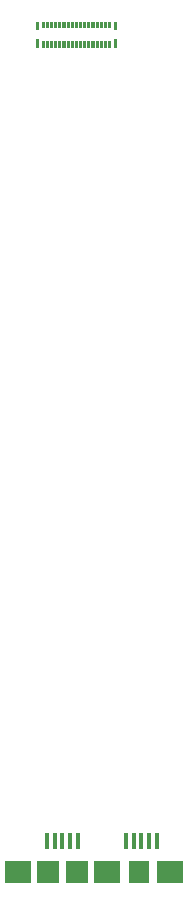
<source format=gbr>
%TF.GenerationSoftware,KiCad,Pcbnew,9.0.7*%
%TF.CreationDate,2026-01-29T21:22:27-07:00*%
%TF.ProjectId,Realsense Adapter,5265616c-7365-46e7-9365-204164617074,1.0-PROTO*%
%TF.SameCoordinates,Original*%
%TF.FileFunction,Paste,Top*%
%TF.FilePolarity,Positive*%
%FSLAX46Y46*%
G04 Gerber Fmt 4.6, Leading zero omitted, Abs format (unit mm)*
G04 Created by KiCad (PCBNEW 9.0.7) date 2026-01-29 21:22:27*
%MOMM*%
%LPD*%
G01*
G04 APERTURE LIST*
%ADD10C,0.010000*%
%ADD11R,0.400000X1.350000*%
%ADD12R,2.300000X1.900000*%
%ADD13R,1.900000X1.900000*%
%ADD14R,1.800000X1.900000*%
G04 APERTURE END LIST*
D10*
%TO.C,U1*%
X140780000Y-66355000D02*
X140620000Y-66355000D01*
X140620000Y-65725000D01*
X140780000Y-65725000D01*
X140780000Y-66355000D01*
G36*
X140780000Y-66355000D02*
G01*
X140620000Y-66355000D01*
X140620000Y-65725000D01*
X140780000Y-65725000D01*
X140780000Y-66355000D01*
G37*
X140780000Y-67825000D02*
X140620000Y-67825000D01*
X140620000Y-67195000D01*
X140780000Y-67195000D01*
X140780000Y-67825000D01*
G36*
X140780000Y-67825000D02*
G01*
X140620000Y-67825000D01*
X140620000Y-67195000D01*
X140780000Y-67195000D01*
X140780000Y-67825000D01*
G37*
X141300000Y-66160000D02*
X141120000Y-66160000D01*
X141120000Y-65725000D01*
X141300000Y-65725000D01*
X141300000Y-66160000D01*
G36*
X141300000Y-66160000D02*
G01*
X141120000Y-66160000D01*
X141120000Y-65725000D01*
X141300000Y-65725000D01*
X141300000Y-66160000D01*
G37*
X141300000Y-67825000D02*
X141120000Y-67825000D01*
X141120000Y-67390000D01*
X141300000Y-67390000D01*
X141300000Y-67825000D01*
G36*
X141300000Y-67825000D02*
G01*
X141120000Y-67825000D01*
X141120000Y-67390000D01*
X141300000Y-67390000D01*
X141300000Y-67825000D01*
G37*
X141650000Y-66160000D02*
X141470000Y-66160000D01*
X141470000Y-65725000D01*
X141650000Y-65725000D01*
X141650000Y-66160000D01*
G36*
X141650000Y-66160000D02*
G01*
X141470000Y-66160000D01*
X141470000Y-65725000D01*
X141650000Y-65725000D01*
X141650000Y-66160000D01*
G37*
X141650000Y-67825000D02*
X141470000Y-67825000D01*
X141470000Y-67390000D01*
X141650000Y-67390000D01*
X141650000Y-67825000D01*
G36*
X141650000Y-67825000D02*
G01*
X141470000Y-67825000D01*
X141470000Y-67390000D01*
X141650000Y-67390000D01*
X141650000Y-67825000D01*
G37*
X142000000Y-66160000D02*
X141820000Y-66160000D01*
X141820000Y-65725000D01*
X142000000Y-65725000D01*
X142000000Y-66160000D01*
G36*
X142000000Y-66160000D02*
G01*
X141820000Y-66160000D01*
X141820000Y-65725000D01*
X142000000Y-65725000D01*
X142000000Y-66160000D01*
G37*
X142000000Y-67825000D02*
X141820000Y-67825000D01*
X141820000Y-67390000D01*
X142000000Y-67390000D01*
X142000000Y-67825000D01*
G36*
X142000000Y-67825000D02*
G01*
X141820000Y-67825000D01*
X141820000Y-67390000D01*
X142000000Y-67390000D01*
X142000000Y-67825000D01*
G37*
X142350000Y-66160000D02*
X142170000Y-66160000D01*
X142170000Y-65725000D01*
X142350000Y-65725000D01*
X142350000Y-66160000D01*
G36*
X142350000Y-66160000D02*
G01*
X142170000Y-66160000D01*
X142170000Y-65725000D01*
X142350000Y-65725000D01*
X142350000Y-66160000D01*
G37*
X142350000Y-67825000D02*
X142170000Y-67825000D01*
X142170000Y-67390000D01*
X142350000Y-67390000D01*
X142350000Y-67825000D01*
G36*
X142350000Y-67825000D02*
G01*
X142170000Y-67825000D01*
X142170000Y-67390000D01*
X142350000Y-67390000D01*
X142350000Y-67825000D01*
G37*
X142700000Y-66160000D02*
X142520000Y-66160000D01*
X142520000Y-65725000D01*
X142700000Y-65725000D01*
X142700000Y-66160000D01*
G36*
X142700000Y-66160000D02*
G01*
X142520000Y-66160000D01*
X142520000Y-65725000D01*
X142700000Y-65725000D01*
X142700000Y-66160000D01*
G37*
X142700000Y-67825000D02*
X142520000Y-67825000D01*
X142520000Y-67390000D01*
X142700000Y-67390000D01*
X142700000Y-67825000D01*
G36*
X142700000Y-67825000D02*
G01*
X142520000Y-67825000D01*
X142520000Y-67390000D01*
X142700000Y-67390000D01*
X142700000Y-67825000D01*
G37*
X143050000Y-66160000D02*
X142870000Y-66160000D01*
X142870000Y-65725000D01*
X143050000Y-65725000D01*
X143050000Y-66160000D01*
G36*
X143050000Y-66160000D02*
G01*
X142870000Y-66160000D01*
X142870000Y-65725000D01*
X143050000Y-65725000D01*
X143050000Y-66160000D01*
G37*
X143050000Y-67825000D02*
X142870000Y-67825000D01*
X142870000Y-67390000D01*
X143050000Y-67390000D01*
X143050000Y-67825000D01*
G36*
X143050000Y-67825000D02*
G01*
X142870000Y-67825000D01*
X142870000Y-67390000D01*
X143050000Y-67390000D01*
X143050000Y-67825000D01*
G37*
X143400000Y-66160000D02*
X143220000Y-66160000D01*
X143220000Y-65725000D01*
X143400000Y-65725000D01*
X143400000Y-66160000D01*
G36*
X143400000Y-66160000D02*
G01*
X143220000Y-66160000D01*
X143220000Y-65725000D01*
X143400000Y-65725000D01*
X143400000Y-66160000D01*
G37*
X143400000Y-67825000D02*
X143220000Y-67825000D01*
X143220000Y-67390000D01*
X143400000Y-67390000D01*
X143400000Y-67825000D01*
G36*
X143400000Y-67825000D02*
G01*
X143220000Y-67825000D01*
X143220000Y-67390000D01*
X143400000Y-67390000D01*
X143400000Y-67825000D01*
G37*
X143750000Y-66160000D02*
X143570000Y-66160000D01*
X143570000Y-65725000D01*
X143750000Y-65725000D01*
X143750000Y-66160000D01*
G36*
X143750000Y-66160000D02*
G01*
X143570000Y-66160000D01*
X143570000Y-65725000D01*
X143750000Y-65725000D01*
X143750000Y-66160000D01*
G37*
X143750000Y-67825000D02*
X143570000Y-67825000D01*
X143570000Y-67390000D01*
X143750000Y-67390000D01*
X143750000Y-67825000D01*
G36*
X143750000Y-67825000D02*
G01*
X143570000Y-67825000D01*
X143570000Y-67390000D01*
X143750000Y-67390000D01*
X143750000Y-67825000D01*
G37*
X144100000Y-66160000D02*
X143920000Y-66160000D01*
X143920000Y-65725000D01*
X144100000Y-65725000D01*
X144100000Y-66160000D01*
G36*
X144100000Y-66160000D02*
G01*
X143920000Y-66160000D01*
X143920000Y-65725000D01*
X144100000Y-65725000D01*
X144100000Y-66160000D01*
G37*
X144100000Y-67825000D02*
X143920000Y-67825000D01*
X143920000Y-67390000D01*
X144100000Y-67390000D01*
X144100000Y-67825000D01*
G36*
X144100000Y-67825000D02*
G01*
X143920000Y-67825000D01*
X143920000Y-67390000D01*
X144100000Y-67390000D01*
X144100000Y-67825000D01*
G37*
X144450000Y-66160000D02*
X144270000Y-66160000D01*
X144270000Y-65725000D01*
X144450000Y-65725000D01*
X144450000Y-66160000D01*
G36*
X144450000Y-66160000D02*
G01*
X144270000Y-66160000D01*
X144270000Y-65725000D01*
X144450000Y-65725000D01*
X144450000Y-66160000D01*
G37*
X144450000Y-67825000D02*
X144270000Y-67825000D01*
X144270000Y-67390000D01*
X144450000Y-67390000D01*
X144450000Y-67825000D01*
G36*
X144450000Y-67825000D02*
G01*
X144270000Y-67825000D01*
X144270000Y-67390000D01*
X144450000Y-67390000D01*
X144450000Y-67825000D01*
G37*
X144800000Y-66160000D02*
X144620000Y-66160000D01*
X144620000Y-65725000D01*
X144800000Y-65725000D01*
X144800000Y-66160000D01*
G36*
X144800000Y-66160000D02*
G01*
X144620000Y-66160000D01*
X144620000Y-65725000D01*
X144800000Y-65725000D01*
X144800000Y-66160000D01*
G37*
X144800000Y-67825000D02*
X144620000Y-67825000D01*
X144620000Y-67390000D01*
X144800000Y-67390000D01*
X144800000Y-67825000D01*
G36*
X144800000Y-67825000D02*
G01*
X144620000Y-67825000D01*
X144620000Y-67390000D01*
X144800000Y-67390000D01*
X144800000Y-67825000D01*
G37*
X145150000Y-66160000D02*
X144970000Y-66160000D01*
X144970000Y-65725000D01*
X145150000Y-65725000D01*
X145150000Y-66160000D01*
G36*
X145150000Y-66160000D02*
G01*
X144970000Y-66160000D01*
X144970000Y-65725000D01*
X145150000Y-65725000D01*
X145150000Y-66160000D01*
G37*
X145150000Y-67825000D02*
X144970000Y-67825000D01*
X144970000Y-67390000D01*
X145150000Y-67390000D01*
X145150000Y-67825000D01*
G36*
X145150000Y-67825000D02*
G01*
X144970000Y-67825000D01*
X144970000Y-67390000D01*
X145150000Y-67390000D01*
X145150000Y-67825000D01*
G37*
X145500000Y-66160000D02*
X145320000Y-66160000D01*
X145320000Y-65725000D01*
X145500000Y-65725000D01*
X145500000Y-66160000D01*
G36*
X145500000Y-66160000D02*
G01*
X145320000Y-66160000D01*
X145320000Y-65725000D01*
X145500000Y-65725000D01*
X145500000Y-66160000D01*
G37*
X145500000Y-67825000D02*
X145320000Y-67825000D01*
X145320000Y-67390000D01*
X145500000Y-67390000D01*
X145500000Y-67825000D01*
G36*
X145500000Y-67825000D02*
G01*
X145320000Y-67825000D01*
X145320000Y-67390000D01*
X145500000Y-67390000D01*
X145500000Y-67825000D01*
G37*
X145850000Y-66160000D02*
X145670000Y-66160000D01*
X145670000Y-65725000D01*
X145850000Y-65725000D01*
X145850000Y-66160000D01*
G36*
X145850000Y-66160000D02*
G01*
X145670000Y-66160000D01*
X145670000Y-65725000D01*
X145850000Y-65725000D01*
X145850000Y-66160000D01*
G37*
X145850000Y-67825000D02*
X145670000Y-67825000D01*
X145670000Y-67390000D01*
X145850000Y-67390000D01*
X145850000Y-67825000D01*
G36*
X145850000Y-67825000D02*
G01*
X145670000Y-67825000D01*
X145670000Y-67390000D01*
X145850000Y-67390000D01*
X145850000Y-67825000D01*
G37*
X146200000Y-66160000D02*
X146020000Y-66160000D01*
X146020000Y-65725000D01*
X146200000Y-65725000D01*
X146200000Y-66160000D01*
G36*
X146200000Y-66160000D02*
G01*
X146020000Y-66160000D01*
X146020000Y-65725000D01*
X146200000Y-65725000D01*
X146200000Y-66160000D01*
G37*
X146200000Y-67825000D02*
X146020000Y-67825000D01*
X146020000Y-67390000D01*
X146200000Y-67390000D01*
X146200000Y-67825000D01*
G36*
X146200000Y-67825000D02*
G01*
X146020000Y-67825000D01*
X146020000Y-67390000D01*
X146200000Y-67390000D01*
X146200000Y-67825000D01*
G37*
X146550000Y-66160000D02*
X146370000Y-66160000D01*
X146370000Y-65725000D01*
X146550000Y-65725000D01*
X146550000Y-66160000D01*
G36*
X146550000Y-66160000D02*
G01*
X146370000Y-66160000D01*
X146370000Y-65725000D01*
X146550000Y-65725000D01*
X146550000Y-66160000D01*
G37*
X146550000Y-67825000D02*
X146370000Y-67825000D01*
X146370000Y-67390000D01*
X146550000Y-67390000D01*
X146550000Y-67825000D01*
G36*
X146550000Y-67825000D02*
G01*
X146370000Y-67825000D01*
X146370000Y-67390000D01*
X146550000Y-67390000D01*
X146550000Y-67825000D01*
G37*
X146900000Y-66160000D02*
X146720000Y-66160000D01*
X146720000Y-65725000D01*
X146900000Y-65725000D01*
X146900000Y-66160000D01*
G36*
X146900000Y-66160000D02*
G01*
X146720000Y-66160000D01*
X146720000Y-65725000D01*
X146900000Y-65725000D01*
X146900000Y-66160000D01*
G37*
X146900000Y-67825000D02*
X146720000Y-67825000D01*
X146720000Y-67390000D01*
X146900000Y-67390000D01*
X146900000Y-67825000D01*
G36*
X146900000Y-67825000D02*
G01*
X146720000Y-67825000D01*
X146720000Y-67390000D01*
X146900000Y-67390000D01*
X146900000Y-67825000D01*
G37*
X147400000Y-66355000D02*
X147240000Y-66355000D01*
X147240000Y-65725000D01*
X147400000Y-65725000D01*
X147400000Y-66355000D01*
G36*
X147400000Y-66355000D02*
G01*
X147240000Y-66355000D01*
X147240000Y-65725000D01*
X147400000Y-65725000D01*
X147400000Y-66355000D01*
G37*
X147400000Y-67825000D02*
X147240000Y-67825000D01*
X147240000Y-67195000D01*
X147400000Y-67195000D01*
X147400000Y-67825000D01*
G36*
X147400000Y-67825000D02*
G01*
X147240000Y-67825000D01*
X147240000Y-67195000D01*
X147400000Y-67195000D01*
X147400000Y-67825000D01*
G37*
%TD*%
D11*
%TO.C,J1*%
X141560000Y-135060900D03*
X142210000Y-135060900D03*
X142860000Y-135060900D03*
X143510000Y-135060900D03*
X144160000Y-135060900D03*
X148260000Y-135060900D03*
X148910000Y-135060900D03*
X149560000Y-135060900D03*
X150210000Y-135060900D03*
X150860000Y-135060900D03*
D12*
X139110000Y-137735900D03*
D13*
X141660000Y-137735900D03*
X144060000Y-137735900D03*
D12*
X146610000Y-137735900D03*
D14*
X149360000Y-137735900D03*
D12*
X151960000Y-137735900D03*
%TD*%
M02*

</source>
